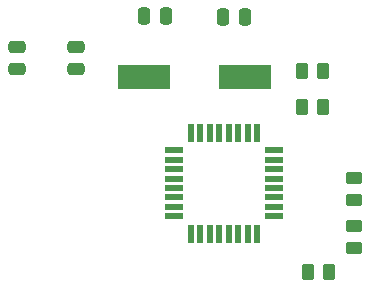
<source format=gbr>
%TF.GenerationSoftware,KiCad,Pcbnew,8.0.5*%
%TF.CreationDate,2024-11-04T19:37:10-07:00*%
%TF.ProjectId,ProjectPCB,50726f6a-6563-4745-9043-422e6b696361,rev?*%
%TF.SameCoordinates,Original*%
%TF.FileFunction,Paste,Top*%
%TF.FilePolarity,Positive*%
%FSLAX46Y46*%
G04 Gerber Fmt 4.6, Leading zero omitted, Abs format (unit mm)*
G04 Created by KiCad (PCBNEW 8.0.5) date 2024-11-04 19:37:10*
%MOMM*%
%LPD*%
G01*
G04 APERTURE LIST*
G04 Aperture macros list*
%AMRoundRect*
0 Rectangle with rounded corners*
0 $1 Rounding radius*
0 $2 $3 $4 $5 $6 $7 $8 $9 X,Y pos of 4 corners*
0 Add a 4 corners polygon primitive as box body*
4,1,4,$2,$3,$4,$5,$6,$7,$8,$9,$2,$3,0*
0 Add four circle primitives for the rounded corners*
1,1,$1+$1,$2,$3*
1,1,$1+$1,$4,$5*
1,1,$1+$1,$6,$7*
1,1,$1+$1,$8,$9*
0 Add four rect primitives between the rounded corners*
20,1,$1+$1,$2,$3,$4,$5,0*
20,1,$1+$1,$4,$5,$6,$7,0*
20,1,$1+$1,$6,$7,$8,$9,0*
20,1,$1+$1,$8,$9,$2,$3,0*%
G04 Aperture macros list end*
%ADD10RoundRect,0.250000X0.262500X0.450000X-0.262500X0.450000X-0.262500X-0.450000X0.262500X-0.450000X0*%
%ADD11R,4.500000X2.000000*%
%ADD12RoundRect,0.250000X-0.250000X-0.475000X0.250000X-0.475000X0.250000X0.475000X-0.250000X0.475000X0*%
%ADD13RoundRect,0.250000X0.475000X-0.250000X0.475000X0.250000X-0.475000X0.250000X-0.475000X-0.250000X0*%
%ADD14RoundRect,0.250000X0.250000X0.475000X-0.250000X0.475000X-0.250000X-0.475000X0.250000X-0.475000X0*%
%ADD15R,0.550000X1.600000*%
%ADD16R,1.600000X0.550000*%
%ADD17RoundRect,0.250000X-0.450000X0.262500X-0.450000X-0.262500X0.450000X-0.262500X0.450000X0.262500X0*%
%ADD18RoundRect,0.250000X0.450000X-0.262500X0.450000X0.262500X-0.450000X0.262500X-0.450000X-0.262500X0*%
G04 APERTURE END LIST*
D10*
%TO.C,R4*%
X150912500Y-92500000D03*
X149087500Y-92500000D03*
%TD*%
D11*
%TO.C,Y1*%
X144250000Y-93000000D03*
X135750000Y-93000000D03*
%TD*%
D12*
%TO.C,C2*%
X135700000Y-87800000D03*
X137600000Y-87800000D03*
%TD*%
D10*
%TO.C,R5*%
X150912500Y-95500000D03*
X149087500Y-95500000D03*
%TD*%
D13*
%TO.C,C4*%
X130000000Y-92350000D03*
X130000000Y-90450000D03*
%TD*%
D14*
%TO.C,C1*%
X144300000Y-87900000D03*
X142400000Y-87900000D03*
%TD*%
D10*
%TO.C,R1*%
X151412500Y-109500000D03*
X149587500Y-109500000D03*
%TD*%
D13*
%TO.C,C3*%
X125000000Y-92350000D03*
X125000000Y-90450000D03*
%TD*%
D15*
%TO.C,U1*%
X145300000Y-97750000D03*
X144500000Y-97750000D03*
X143700000Y-97750000D03*
X142900000Y-97750000D03*
X142100000Y-97750000D03*
X141300000Y-97750000D03*
X140500000Y-97750000D03*
X139700000Y-97750000D03*
D16*
X138250000Y-99200000D03*
X138250000Y-100000000D03*
X138250000Y-100800000D03*
X138250000Y-101600000D03*
X138250000Y-102400000D03*
X138250000Y-103200000D03*
X138250000Y-104000000D03*
X138250000Y-104800000D03*
D15*
X139700000Y-106250000D03*
X140500000Y-106250000D03*
X141300000Y-106250000D03*
X142100000Y-106250000D03*
X142900000Y-106250000D03*
X143700000Y-106250000D03*
X144500000Y-106250000D03*
X145300000Y-106250000D03*
D16*
X146750000Y-104800000D03*
X146750000Y-104000000D03*
X146750000Y-103200000D03*
X146750000Y-102400000D03*
X146750000Y-101600000D03*
X146750000Y-100800000D03*
X146750000Y-100000000D03*
X146750000Y-99200000D03*
%TD*%
D17*
%TO.C,R3*%
X153500000Y-105627500D03*
X153500000Y-107452500D03*
%TD*%
D18*
%TO.C,R2*%
X153500000Y-103412500D03*
X153500000Y-101587500D03*
%TD*%
M02*

</source>
